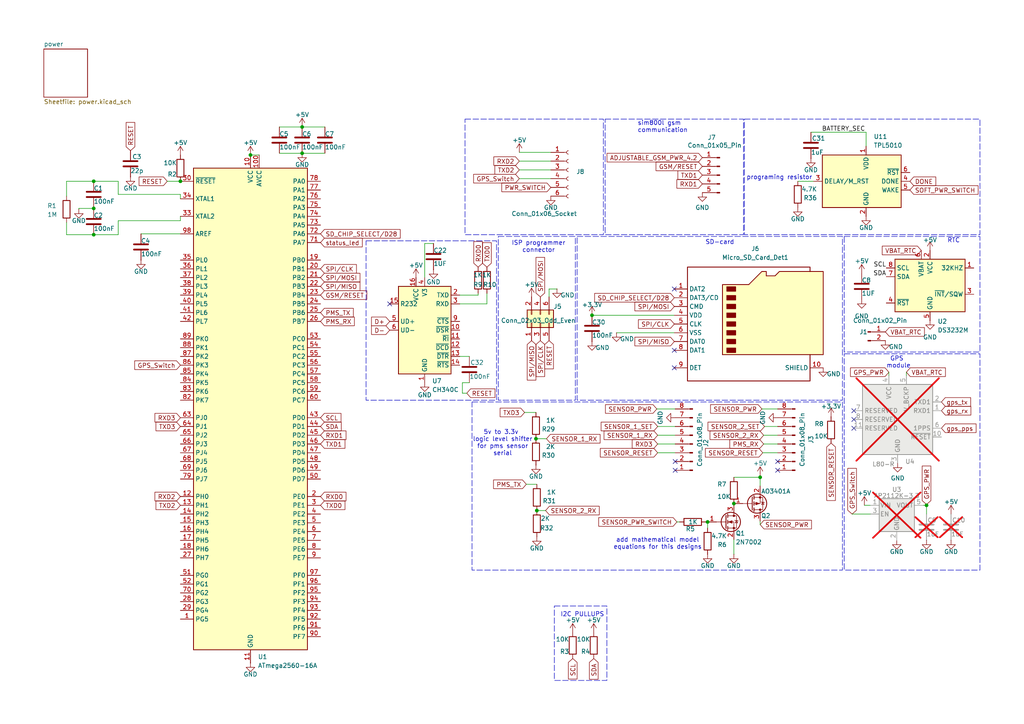
<source format=kicad_sch>
(kicad_sch (version 20250114) (generator "eeschema") (generator_version "9.0")
  (paper "A4")
  (title_block (title "Micro Controller and peripherals") (company "AirQo"))
  (rectangle (start 136.906 116.586) (end 244.348 165.354) (stroke (width 0) (type dash)))
  (rectangle (start 175.514 34.544) (end 215.646 68.072) (stroke (width 0) (type dash)))
  (rectangle (start 160.782 175.768) (end 176.022 197.358) (stroke (width 0) (type dash)))
  (rectangle (start 134.874 34.544) (end 175.006 68.072) (stroke (width 0) (type dash)))
  (rectangle (start 244.856 68.58) (end 284.226 102.108) (stroke (width 0) (type dash)))
  (rectangle (start 215.9 34.544) (end 284.226 68.072) (stroke (width 0) (type dash)))
  (rectangle (start 106.172 69.85) (end 144.018 116.078) (stroke (width 0) (type dash)))
  (rectangle (start 144.526 68.58) (end 166.878 116.078) (stroke (width 0) (type dash)))
  (rectangle (start 244.856 102.616) (end 284.226 165.354) (stroke (width 0) (type dash)))
  (rectangle (start 167.386 68.58) (end 244.348 116.078) (stroke (width 0) (type dash)))
  (text "5v to 3.3v \nlogic level shifter\nfor pms sensor\nserial\n" (at 145.796 128.524 0) (effects (font (size 1.27 1.27))))
  (text "GPS \nmodule" (at 260.604 105.156 0) (effects (font (size 1.27 1.27))))
  (text "I2C PULLUPS" (at 168.91 178.308 0) (effects (font (size 1.27 1.27))))
  (text "ISP programmer\nconnector" (at 156.21 71.628 0) (effects (font (size 1.27 1.27))))
  (text "SD-card\n" (at 208.788 70.358 0) (effects (font (size 1.27 1.27))))
  (text "programing resistor\n" (at 226.06 51.562 0) (effects (font (size 1.27 1.27))))
  (text "add mathematical model\nequations for this designs" (at 190.754 157.734 0) (effects (font (size 1.27 1.27))))
  (text "RTC\n" (at 276.606 69.85 0) (effects (font (size 1.27 1.27))))
  (text "sim800l gsm \ncommunication" (at 184.912 38.608 0) (effects (font (size 1.27 1.27)) (justify left bottom)))
  (junction (at 87.63 36.83))
  (junction (at 205.232 151.384))
  (junction (at 220.472 138.43))
  (junction (at 212.852 146.05))
  (junction (at 87.63 44.45))
  (junction (at 72.644 44.958))
  (junction (at 268.732 146.558))
  (junction (at 171.704 91.44))
  (junction (at 155.448 127.254))
  (junction (at 27.178 52.578))
  (junction (at 155.702 148.082))
  (junction (at 27.178 60.452))
  (junction (at 27.178 68.072))
  (junction (at 52.324 52.578))
  (no_connect (at 225.552 133.858))
  (no_connect (at 113.03 88.138))
  (no_connect (at 247.65 124.206))
  (no_connect (at 195.58 101.6))
  (no_connect (at 195.58 83.82))
  (no_connect (at 247.65 121.666))
  (no_connect (at 195.834 136.398))
  (no_connect (at 195.58 106.68))
  (no_connect (at 225.552 136.398))
  (no_connect (at 247.65 119.126))
  (no_connect (at 195.834 133.858))
  (wire (pts (xy 34.29 56.388) (xy 52.324 56.388)))
  (wire (pts (xy 212.852 146.05) (xy 212.852 146.304)))
  (wire (pts (xy 19.304 64.516) (xy 19.304 68.072)))
  (wire (pts (xy 158.242 148.082) (xy 155.702 148.082)))
  (wire (pts (xy 220.472 138.43) (xy 212.852 138.43)))
  (wire (pts (xy 136.144 103.378) (xy 133.35 103.378)))
  (wire (pts (xy 40.894 67.818) (xy 52.324 67.818)))
  (wire (pts (xy 159.766 49.276) (xy 150.622 49.276)))
  (wire (pts (xy 48.514 52.578) (xy 52.324 52.578)))
  (wire (pts (xy 19.304 56.896) (xy 19.304 52.578)))
  (wire (pts (xy 190.754 128.778) (xy 195.834 128.778)))
  (wire (pts (xy 52.324 57.658) (xy 52.324 56.388)))
  (wire (pts (xy 220.472 138.43) (xy 220.472 140.97)))
  (wire (pts (xy 190.754 126.238) (xy 195.834 126.238)))
  (wire (pts (xy 87.63 36.83) (xy 94.234 36.83)))
  (wire (pts (xy 196.342 151.384) (xy 197.104 151.384)))
  (wire (pts (xy 134.112 110.998) (xy 136.144 110.998)))
  (wire (pts (xy 81.026 36.83) (xy 87.63 36.83)))
  (wire (pts (xy 27.178 68.072) (xy 34.29 68.072)))
  (wire (pts (xy 268.732 146.558) (xy 267.716 146.558)))
  (wire (pts (xy 138.684 85.598) (xy 138.684 85.09)))
  (wire (pts (xy 221.234 131.318) (xy 225.552 131.318)))
  (wire (pts (xy 123.19 80.518) (xy 123.19 70.612)))
  (wire (pts (xy 212.852 160.782) (xy 212.852 156.464)))
  (wire (pts (xy 235.204 38.354) (xy 251.206 38.354)))
  (wire (pts (xy 190.5 118.618) (xy 195.834 118.618)))
  (wire (pts (xy 133.35 88.138) (xy 141.224 88.138)))
  (wire (pts (xy 27.178 60.452) (xy 27.178 60.198)))
  (wire (pts (xy 158.496 127.254) (xy 155.448 127.254)))
  (wire (pts (xy 235.966 52.578) (xy 231.394 52.578)))
  (wire (pts (xy 141.224 88.138) (xy 141.224 85.09)))
  (wire (pts (xy 190.754 123.698) (xy 195.834 123.698)))
  (wire (pts (xy 22.86 60.706) (xy 22.86 60.452)))
  (wire (pts (xy 152.654 140.462) (xy 155.702 140.462)))
  (wire (pts (xy 262.89 107.95) (xy 262.89 108.966)))
  (wire (pts (xy 152.146 119.634) (xy 155.448 119.634)))
  (wire (pts (xy 221.488 128.778) (xy 225.552 128.778)))
  (wire (pts (xy 159.766 51.816) (xy 150.622 51.816)))
  (wire (pts (xy 52.324 62.738) (xy 52.324 64.008)))
  (wire (pts (xy 220.98 118.618) (xy 225.552 118.618)))
  (wire (pts (xy 251.206 38.354) (xy 251.206 42.418)))
  (wire (pts (xy 87.63 44.45) (xy 94.234 44.45)))
  (wire (pts (xy 34.29 64.008) (xy 52.324 64.008)))
  (wire (pts (xy 247.142 149.098) (xy 252.476 149.098)))
  (wire (pts (xy 81.026 44.45) (xy 87.63 44.45)))
  (wire (pts (xy 190.754 131.318) (xy 195.834 131.318)))
  (wire (pts (xy 268.732 146.304) (xy 268.732 146.558)))
  (wire (pts (xy 171.704 91.44) (xy 195.58 91.44)))
  (wire (pts (xy 204.724 151.384) (xy 205.232 151.384)))
  (wire (pts (xy 34.29 52.578) (xy 34.29 56.388)))
  (wire (pts (xy 135.382 114.046) (xy 134.112 114.046)))
  (wire (pts (xy 220.472 152.146) (xy 220.472 151.13)))
  (wire (pts (xy 220.472 138.43) (xy 220.472 137.922)))
  (wire (pts (xy 27.178 52.578) (xy 34.29 52.578)))
  (wire (pts (xy 178.816 96.52) (xy 195.58 96.52)))
  (wire (pts (xy 159.258 83.82) (xy 161.544 83.82)))
  (wire (pts (xy 221.488 126.238) (xy 225.552 126.238)))
  (wire (pts (xy 134.112 114.046) (xy 134.112 110.998)))
  (wire (pts (xy 159.766 44.196) (xy 150.622 44.196)))
  (wire (pts (xy 72.644 44.958) (xy 75.184 44.958)))
  (wire (pts (xy 34.29 68.072) (xy 34.29 64.008)))
  (wire (pts (xy 19.304 68.072) (xy 27.178 68.072)))
  (wire (pts (xy 133.35 85.598) (xy 138.684 85.598)))
  (wire (pts (xy 221.742 123.698) (xy 225.552 123.698)))
  (wire (pts (xy 19.304 52.578) (xy 27.178 52.578)))
  (wire (pts (xy 257.81 107.95) (xy 257.81 108.966)))
  (wire (pts (xy 159.766 46.736) (xy 150.622 46.736)))
  (wire (pts (xy 250.698 146.558) (xy 252.476 146.558)))
  (wire (pts (xy 22.86 60.452) (xy 27.178 60.452)))
  (wire (pts (xy 205.232 151.384) (xy 205.232 153.162)))
  (wire (pts (xy 123.19 70.612) (xy 125.73 70.612)))
  (wire (pts (xy 159.258 86.106) (xy 159.258 83.82)))
  (wire (pts (xy 268.732 146.558) (xy 268.732 149.098)))
  (label "BATTERY_SEC" (at 250.952 38.354 180))
  (label "SCL" (at 257.048 77.724 180))
  (label "SDA" (at 257.048 80.264 180))
  (global_label "SCL" (shape input) (at 92.964 121.158 0) (property "Intersheetrefs" "${INTERSHEET_REFS}" (effects (hide yes))))
  (global_label "SENSOR_PWR" (shape input) (at 220.98 118.618 180) (property "Intersheetrefs" "${INTERSHEET_REFS}" (effects (hide yes))))
  (global_label "SENSOR_PWR_SWITCH" (shape input) (at 196.342 151.384 180) (property "Intersheetrefs" "${INTERSHEET_REFS}" (effects (hide yes))))
  (global_label "SENSOR_1_RX" (shape input) (at 158.496 127.254 0) (property "Intersheetrefs" "${INTERSHEET_REFS}" (effects (hide yes))))
  (global_label "SPI{slash}MISO" (shape input) (at 154.178 98.806 270) (property "Intersheetrefs" "${INTERSHEET_REFS}" (effects (hide yes))))
  (global_label "gps_pps" (shape input) (at 273.05 124.206 0) (property "Intersheetrefs" "${INTERSHEET_REFS}" (effects (hide yes))))
  (global_label "SD_CHIP_SELECT{slash}D28" (shape input) (at 195.58 86.36 180) (property "Intersheetrefs" "${INTERSHEET_REFS}" (effects (hide yes))))
  (global_label "PMS_TX" (shape input) (at 92.964 90.678 0) (property "Intersheetrefs" "${INTERSHEET_REFS}" (effects (hide yes))))
  (global_label "PMS_TX" (shape input) (at 152.654 140.462 180) (property "Intersheetrefs" "${INTERSHEET_REFS}" (effects (hide yes))))
  (global_label "RXD1" (shape input) (at 92.964 126.238 0) (property "Intersheetrefs" "${INTERSHEET_REFS}" (effects (hide yes))))
  (global_label "GPS_PWR" (shape input) (at 257.81 107.95 180) (property "Intersheetrefs" "${INTERSHEET_REFS}" (effects (hide yes))))
  (global_label "RESET" (shape input) (at 37.846 43.688 90) (property "Intersheetrefs" "${INTERSHEET_REFS}" (effects (hide yes))))
  (global_label "RXD3" (shape input) (at 52.324 121.158 180) (property "Intersheetrefs" "${INTERSHEET_REFS}" (effects (hide yes))))
  (global_label "gps_tx" (shape input) (at 273.05 116.586 0) (property "Intersheetrefs" "${INTERSHEET_REFS}" (effects (hide yes))))
  (global_label "SDA" (shape input) (at 92.964 123.698 0) (property "Intersheetrefs" "${INTERSHEET_REFS}" (effects (hide yes))))
  (global_label "RXD1" (shape input) (at 203.708 53.34 180) (property "Intersheetrefs" "${INTERSHEET_REFS}" (effects (hide yes))))
  (global_label "GSM{slash}RESET" (shape input) (at 203.708 48.26 180) (property "Intersheetrefs" "${INTERSHEET_REFS}" (effects (hide yes))))
  (global_label "SENSOR_1_RX" (shape input) (at 190.754 126.238 180) (property "Intersheetrefs" "${INTERSHEET_REFS}" (effects (hide yes))))
  (global_label "TXD1" (shape input) (at 92.964 128.778 0) (property "Intersheetrefs" "${INTERSHEET_REFS}" (effects (hide yes))))
  (global_label "gps_rx" (shape input) (at 273.05 119.126 0) (property "Intersheetrefs" "${INTERSHEET_REFS}" (effects (hide yes))))
  (global_label "PMS_RX" (shape input) (at 92.964 93.218 0) (property "Intersheetrefs" "${INTERSHEET_REFS}" (effects (hide yes))))
  (global_label "SPI{slash}MOSI" (shape input) (at 195.58 88.9 180) (property "Intersheetrefs" "${INTERSHEET_REFS}" (effects (hide yes))))
  (global_label "RXD2" (shape input) (at 150.622 46.736 180) (property "Intersheetrefs" "${INTERSHEET_REFS}" (effects (hide yes))))
  (global_label "SD_CHIP_SELECT{slash}D28" (shape input) (at 92.964 67.818 0) (property "Intersheetrefs" "${INTERSHEET_REFS}" (effects (hide yes))))
  (global_label "SENSOR_2_RX" (shape input) (at 221.488 126.238 180) (property "Intersheetrefs" "${INTERSHEET_REFS}" (effects (hide yes))))
  (global_label "SENSOR_PWR" (shape input) (at 220.472 152.146 0) (property "Intersheetrefs" "${INTERSHEET_REFS}" (effects (hide yes))))
  (global_label "RXD0" (shape input) (at 138.684 77.47 90) (property "Intersheetrefs" "${INTERSHEET_REFS}" (effects (hide yes))))
  (global_label "SPI{slash}CLK" (shape input) (at 156.718 98.806 270) (property "Intersheetrefs" "${INTERSHEET_REFS}" (effects (hide yes))))
  (global_label "RXD2" (shape input) (at 52.324 144.018 180) (property "Intersheetrefs" "${INTERSHEET_REFS}" (effects (hide yes))))
  (global_label "SOFT_PWR_SWITCH" (shape input) (at 263.906 55.118 0) (property "Intersheetrefs" "${INTERSHEET_REFS}" (effects (hide yes))))
  (global_label "SENSOR_1_SET" (shape input) (at 190.754 123.698 180) (property "Intersheetrefs" "${INTERSHEET_REFS}" (effects (hide yes))))
  (global_label "SENSOR_2_RX" (shape input) (at 158.242 148.082 0) (property "Intersheetrefs" "${INTERSHEET_REFS}" (effects (hide yes))))
  (global_label "GPS_Switch" (shape input) (at 150.622 51.816 180) (property "Intersheetrefs" "${INTERSHEET_REFS}" (effects (hide yes))))
  (global_label "SPI{slash}MISO" (shape input) (at 195.58 99.06 180) (property "Intersheetrefs" "${INTERSHEET_REFS}" (effects (hide yes))))
  (global_label "SENSOR_PWR" (shape input) (at 190.5 118.618 180) (property "Intersheetrefs" "${INTERSHEET_REFS}" (effects (hide yes))))
  (global_label "TXD2" (shape input) (at 150.622 49.276 180) (property "Intersheetrefs" "${INTERSHEET_REFS}" (effects (hide yes))))
  (global_label "TXD3" (shape input) (at 152.146 119.634 180) (property "Intersheetrefs" "${INTERSHEET_REFS}" (effects (hide yes))))
  (global_label "ADJUSTABLE_GSM_PWR_4.2" (shape input) (at 203.708 45.72 180) (property "Intersheetrefs" "${INTERSHEET_REFS}" (effects (hide yes))))
  (global_label "RESET" (shape input) (at 135.382 114.046 0) (property "Intersheetrefs" "${INTERSHEET_REFS}" (effects (hide yes))))
  (global_label "TXD1" (shape input) (at 203.708 50.8 180) (property "Intersheetrefs" "${INTERSHEET_REFS}" (effects (hide yes))))
  (global_label "SENSOR_2_SET" (shape input) (at 221.742 123.698 180) (property "Intersheetrefs" "${INTERSHEET_REFS}" (effects (hide yes))))
  (global_label "SPI{slash}CLK" (shape input) (at 195.58 93.98 180) (property "Intersheetrefs" "${INTERSHEET_REFS}" (effects (hide yes))))
  (global_label "SENSOR_RESET" (shape input) (at 221.234 131.318 180) (property "Intersheetrefs" "${INTERSHEET_REFS}" (effects (hide yes))))
  (global_label "SDA" (shape input) (at 172.212 191.008 270) (property "Intersheetrefs" "${INTERSHEET_REFS}" (effects (hide yes))))
  (global_label "PMS_RX" (shape input) (at 221.488 128.778 180) (property "Intersheetrefs" "${INTERSHEET_REFS}" (effects (hide yes))))
  (global_label "DONE" (shape input) (at 263.906 52.578 0) (property "Intersheetrefs" "${INTERSHEET_REFS}" (effects (hide yes))))
  (global_label "VBAT_RTC" (shape input) (at 267.208 72.644 180) (property "Intersheetrefs" "${INTERSHEET_REFS}" (effects (hide yes))))
  (global_label "status_led" (shape input) (at 92.964 70.358 0) (property "Intersheetrefs" "${INTERSHEET_REFS}" (effects (hide yes))))
  (global_label "VBAT_RTC" (shape input) (at 262.89 107.95 0) (property "Intersheetrefs" "${INTERSHEET_REFS}" (effects (hide yes))))
  (global_label "GPS_PWR" (shape input) (at 268.732 146.304 90) (property "Intersheetrefs" "${INTERSHEET_REFS}" (effects (hide yes))))
  (global_label "SPI{slash}MISO" (shape input) (at 92.964 83.058 0) (property "Intersheetrefs" "${INTERSHEET_REFS}" (effects (hide yes))))
  (global_label "SENSOR_RESET" (shape input) (at 190.754 131.318 180) (property "Intersheetrefs" "${INTERSHEET_REFS}" (effects (hide yes))))
  (global_label "SENSOR_RESET" (shape input) (at 241.046 128.524 270) (property "Intersheetrefs" "${INTERSHEET_REFS}" (effects (hide yes))))
  (global_label "D-" (shape input) (at 113.03 95.758 180) (property "Intersheetrefs" "${INTERSHEET_REFS}" (effects (hide yes))))
  (global_label "GPS_Switch" (shape input) (at 247.142 149.098 90) (property "Intersheetrefs" "${INTERSHEET_REFS}" (effects (hide yes))))
  (global_label "SCL" (shape input) (at 166.116 191.008 270) (property "Intersheetrefs" "${INTERSHEET_REFS}" (effects (hide yes))))
  (global_label "PWR_SWITCH" (shape input) (at 159.766 54.356 180) (property "Intersheetrefs" "${INTERSHEET_REFS}" (effects (hide yes))))
  (global_label "GSM{slash}RESET" (shape input) (at 92.964 85.598 0) (property "Intersheetrefs" "${INTERSHEET_REFS}" (effects (hide yes))))
  (global_label "RXD0" (shape input) (at 92.964 144.018 0) (property "Intersheetrefs" "${INTERSHEET_REFS}" (effects (hide yes))))
  (global_label "GPS_Switch" (shape input) (at 52.324 105.918 180) (property "Intersheetrefs" "${INTERSHEET_REFS}" (effects (hide yes))))
  (global_label "SPI{slash}MOSI" (shape input) (at 156.718 86.106 90) (property "Intersheetrefs" "${INTERSHEET_REFS}" (effects (hide yes))))
  (global_label "TXD2" (shape input) (at 52.324 146.558 180) (property "Intersheetrefs" "${INTERSHEET_REFS}" (effects (hide yes))))
  (global_label "TXD0" (shape input) (at 92.964 146.558 0) (property "Intersheetrefs" "${INTERSHEET_REFS}" (effects (hide yes))))
  (global_label "VBAT_RTC" (shape input) (at 256.794 96.266 0) (property "Intersheetrefs" "${INTERSHEET_REFS}" (effects (hide yes))))
  (global_label "RXD3" (shape input) (at 190.754 128.778 180) (property "Intersheetrefs" "${INTERSHEET_REFS}" (effects (hide yes))))
  (global_label "SPI{slash}CLK" (shape input) (at 92.964 77.978 0) (property "Intersheetrefs" "${INTERSHEET_REFS}" (effects (hide yes))))
  (global_label "SPI{slash}MOSI" (shape input) (at 92.964 80.518 0) (property "Intersheetrefs" "${INTERSHEET_REFS}" (effects (hide yes))))
  (global_label "D+" (shape input) (at 113.03 93.218 180) (property "Intersheetrefs" "${INTERSHEET_REFS}" (effects (hide yes))))
  (global_label "TXD0" (shape input) (at 141.224 77.47 90) (property "Intersheetrefs" "${INTERSHEET_REFS}" (effects (hide yes))))
  (global_label "TXD3" (shape input) (at 52.324 123.698 180) (property "Intersheetrefs" "${INTERSHEET_REFS}" (effects (hide yes))))
  (global_label "RESET" (shape input) (at 159.258 98.806 270) (property "Intersheetrefs" "${INTERSHEET_REFS}" (effects (hide yes))))
  (global_label "RESET" (shape input) (at 48.514 52.578 180) (property "Intersheetrefs" "${INTERSHEET_REFS}" (effects (hide yes))))
  (symbol (lib_id "power:GND") (at 40.894 75.438 0) (unit 1)
    (property "Reference" "#PWR03" (effects (hide yes)))
    (property "Value" "GND" (at 40.894 78.74 0))
  )
  (symbol (lib_id "Timer:TPL5010") (at 251.206 52.578 0) (unit 1)
    (property "Reference" "U11" (at 253.4001 39.624 0) (effects (justify left)))
    (property "Value" "TPL5010" (at 253.4001 42.164 0) (effects (justify left)))
    (property "Footprint" "Package_TO_SOT_SMD:SOT-23-6" (effects (hide yes)))
    (property "Datasheet" "http://www.ti.com/lit/ds/symlink/tpl5010.pdf" (effects (hide yes)))
    (property "Description" "Timer, Nano Power, Watchdog, 35 nA, 100 ms to 7200 s, VDD 1.8V to 5.5V, Iout max 1mA" (effects (hide yes)))
  )
  (symbol (lib_id "Device:R") (at 52.324 48.768 180) (unit 1)
    (property "Reference" "R2" (at 51.308 50.546 0) (effects (justify left)))
    (property "Value" "10K" (at 51.308 47.244 0) (effects (justify left)))
    (property "Footprint" "Resistor_SMD:R_0603_1608Metric" (effects (hide yes)))
    (property "Description" "Resistor" (effects (hide yes)))
  )
  (symbol (lib_id "Device:R") (at 141.224 81.28 180) (unit 1)
    (property "Reference" "R10" (at 144.018 82.55 0) (effects (justify left)))
    (property "Value" "1K" (at 142.494 79.756 0) (effects (justify left)))
    (property "Footprint" "Resistor_SMD:R_0603_1608Metric" (effects (hide yes)))
  )
  (symbol (lib_id "Connector:Conn_01x08_Pin") (at 230.632 128.778 180) (unit 1)
    (property "Reference" "J3" (at 235.204 127.508 90))
    (property "Value" "Conn_01x08_Pin" (at 232.664 127.508 90))
    (property "Footprint" "Connector_Molex:Molex_PicoBlade_53398-0871_1x08-1MP_P1.25mm_Vertical" (effects (hide yes)))
    (property "Description" "Generic connector, single row, 01x08, script generated" (effects (hide yes)))
  )
  (symbol (lib_id "power:+5V") (at 166.116 183.388 0) (unit 1)
    (property "Reference" "#PWR09" (effects (hide yes)))
    (property "Value" "+5V" (at 166.116 179.832 0))
  )
  (symbol (lib_id "Device:C") (at 136.144 107.188 0) (unit 1)
    (property "Reference" "C32" (at 136.398 105.156 0) (effects (justify left)))
    (property "Value" "100nF" (at 136.144 109.22 0) (effects (justify left)))
    (property "Footprint" "Capacitor_SMD:C_0603_1608Metric" (effects (hide yes)))
  )
  (symbol (lib_id "Device:R") (at 155.448 131.064 180) (unit 1)
    (property "Reference" "R30" (at 161.036 132.08 0) (effects (justify left)))
    (property "Value" "2K" (at 161.036 129.54 0) (effects (justify left)))
    (property "Footprint" "Resistor_SMD:R_0603_1608Metric" (effects (hide yes)))
  )
  (symbol (lib_id "Device:C") (at 171.704 95.25 0) (unit 1)
    (property "Reference" "C30" (at 171.704 93.472 0) (effects (justify left)))
    (property "Value" "100nF" (at 171.704 97.282 0) (effects (justify left)))
    (property "Footprint" "Capacitor_SMD:C_0603_1608Metric" (effects (hide yes)))
    (property "Description" "Unpolarized capacitor" (effects (hide yes)))
  )
  (symbol (lib_id "Device:R") (at 155.448 123.444 180) (unit 1)
    (property "Reference" "R29" (at 161.036 124.46 0) (effects (justify left)))
    (property "Value" "1K" (at 161.036 121.92 0) (effects (justify left)))
    (property "Footprint" "Resistor_SMD:R_0603_1608Metric" (effects (hide yes)))
  )
  (symbol (lib_id "Device:C") (at 27.178 56.388 0) (unit 1)
    (property "Reference" "C1" (at 27.178 54.61 0) (effects (justify left)))
    (property "Value" "100nF" (at 27.178 58.42 0) (effects (justify left)))
    (property "Footprint" "Capacitor_SMD:C_0603_1608Metric" (effects (hide yes)))
    (property "Description" "Unpolarized capacitor" (effects (hide yes)))
  )
  (symbol (lib_id "power:GND") (at 178.816 96.52 0) (unit 1)
    (property "Reference" "#PWR078" (effects (hide yes)))
    (property "Value" "GND" (at 181.864 98.298 0))
    (property "Description" "Power symbol creates a global label with name \"GND\" , ground" (effects (hide yes)))
  )
  (symbol (lib_id "Device:C") (at 87.63 40.64 0) (unit 1)
    (property "Reference" "C6" (at 87.63 38.862 0) (effects (justify left)))
    (property "Value" "100nF" (at 87.63 42.672 0) (effects (justify left)))
    (property "Footprint" "Capacitor_SMD:C_0603_1608Metric" (effects (hide yes)))
    (property "Description" "Unpolarized capacitor" (effects (hide yes)))
  )
  (symbol (lib_id "power:GND") (at 171.704 99.06 0) (unit 1)
    (property "Reference" "#PWR080" (effects (hide yes)))
    (property "Value" "GND" (at 174.752 100.838 0))
    (property "Description" "Power symbol creates a global label with name \"GND\" , ground" (effects (hide yes)))
  )
  (symbol (lib_id "power:GND") (at 125.73 78.232 0) (unit 1)
    (property "Reference" "#PWR051" (effects (hide yes)))
    (property "Value" "GND" (at 125.73 81.788 0))
  )
  (symbol (lib_id "MCU_Microchip_ATmega:ATmega2560-16A") (at 72.644 118.618 0) (unit 1)
    (property "Reference" "U1" (at 74.7873 190.5 0) (effects (justify left)))
    (property "Value" "ATmega2560-16A" (at 74.7873 193.04 0) (effects (justify left)))
    (property "Footprint" "Package_QFP:TQFP-100_14x14mm_P0.5mm" (effects (hide yes)))
    (property "Datasheet" "http://ww1.microchip.com/downloads/en/DeviceDoc/Atmel-2549-8-bit-AVR-Microcontroller-ATmega640-1280-1281-2560-2561_datasheet.pdf" (effects (hide yes)))
    (property "Description" "16MHz, 256kB Flash, 8kB SRAM, 4kB EEPROM, JTAG, TQFP-100" (effects (hide yes)))
  )
  (symbol (lib_id "power:GND") (at 159.766 56.896 0) (unit 1)
    (property "Reference" "#PWR084" (effects (hide yes)))
    (property "Value" "GND" (at 159.766 60.198 0))
  )
  (symbol (lib_id "Device:C") (at 81.026 40.64 0) (unit 1)
    (property "Reference" "C5" (at 81.026 38.862 0) (effects (justify left)))
    (property "Value" "100nF" (at 81.026 42.672 0) (effects (justify left)))
    (property "Footprint" "Capacitor_SMD:C_0603_1608Metric" (effects (hide yes)))
    (property "Description" "Unpolarized capacitor" (effects (hide yes)))
  )
  (symbol (lib_id "Connector:Conn_01x08_Pin") (at 200.914 128.778 180) (unit 1)
    (property "Reference" "J2" (at 204.724 128.524 90))
    (property "Value" "Conn_01x08_Pin" (at 202.946 127.508 90))
    (property "Footprint" "Connector_Molex:Molex_PicoBlade_53398-0871_1x08-1MP_P1.25mm_Vertical" (effects (hide yes)))
    (property "Description" "Generic connector, single row, 01x08, script generated" (effects (hide yes)))
  )
  (symbol (lib_id "Connector_Generic:Conn_02x03_Odd_Even") (at 156.718 93.726 90) (unit 1)
    (property "Reference" "J5" (at 160.528 88.9 90) (effects (justify right)))
    (property "Value" "Conn_02x03_Odd_Even" (at 145.288 92.964 90) (effects (justify right)))
    (property "Footprint" "Connector_PinSocket_2.54mm:PinSocket_2x03_P2.54mm_Vertical_SMD" (effects (hide yes)))
    (property "Description" "Generic connector, double row, 02x03, odd/even pin numbering scheme (row 1 odd numbers, row 2 even numbers), script generated (kicad-library-utils/schlib/autogen/connector/)" (effects (hide yes)))
  )
  (symbol (lib_id "Device:R") (at 212.852 142.24 180) (unit 1)
    (property "Reference" "R7" (at 208.026 140.462 0) (effects (justify right)))
    (property "Value" "10K" (at 208.026 144.018 0) (effects (justify right)))
    (property "Footprint" "Resistor_SMD:R_0603_1608Metric" (effects (hide yes)))
  )
  (symbol (lib_id "power:+5V") (at 275.844 149.098 0) (unit 1)
    (property "Reference" "#PWR026" (effects (hide yes)))
    (property "Value" "+5V" (at 275.844 145.542 0))
  )
  (symbol (lib_id "power:+3.3V") (at 241.046 120.904 0) (unit 1)
    (property "Reference" "#PWR021" (effects (hide yes)))
    (property "Value" "+3.3V" (at 241.046 117.856 0))
  )
  (symbol (lib_id "Device:C") (at 27.178 64.262 0) (unit 1)
    (property "Reference" "C2" (at 27.178 62.484 0) (effects (justify left)))
    (property "Value" "100nF" (at 27.178 66.294 0) (effects (justify left)))
    (property "Footprint" "Capacitor_SMD:C_0603_1608Metric" (effects (hide yes)))
    (property "Description" "Unpolarized capacitor" (effects (hide yes)))
  )
  (symbol (lib_id "power:+5V") (at 72.644 44.958 0) (unit 1)
    (property "Reference" "#PWR05" (effects (hide yes)))
    (property "Value" "+5V" (at 72.644 41.402 0))
  )
  (symbol (lib_id "power:+5V") (at 154.178 86.106 0) (unit 1)
    (property "Reference" "#PWR029" (effects (hide yes)))
    (property "Value" "+5V" (at 154.178 82.55 0))
  )
  (symbol (lib_id "power:GND") (at 22.86 60.706 0) (unit 1)
    (property "Reference" "#PWR01" (effects (hide yes)))
    (property "Value" "GND" (at 22.86 64.008 0))
  )
  (symbol (lib_id "power:GND") (at 195.834 121.158 270) (unit 1)
    (property "Reference" "#PWR013" (effects (hide yes)))
    (property "Value" "GND" (at 191.516 121.158 0))
  )
  (symbol (lib_id "Device:R") (at 205.232 156.972 180) (unit 1)
    (property "Reference" "R6" (at 210.82 157.988 0) (effects (justify left)))
    (property "Value" "4.7K" (at 210.82 155.448 0) (effects (justify left)))
    (property "Footprint" "Resistor_SMD:R_0603_1608Metric" (effects (hide yes)))
  )
  (symbol (lib_id "Device:C") (at 125.73 74.422 0) (unit 1)
    (property "Reference" "C22" (at 125.73 72.644 0) (effects (justify left)))
    (property "Value" "1UF" (at 125.73 76.454 0) (effects (justify left)))
    (property "Footprint" "Capacitor_SMD:C_0603_1608Metric" (effects (hide yes)))
    (property "Description" "Unpolarized capacitor" (effects (hide yes)))
  )
  (symbol (lib_id "Connector:Conn_01x05_Pin") (at 208.788 50.8 0) (mirror y) (unit 1)
    (property "Reference" "J7" (at 205.232 39.878 0) (effects (justify right)))
    (property "Value" "Conn_01x05_Pin" (at 199.39 42.164 0) (effects (justify right)))
    (property "Footprint" "Connector_PinSocket_2.54mm:PinSocket_1x05_P2.54mm_Horizontal" (effects (hide yes)))
    (property "Description" "Generic connector, single row, 01x05, script generated" (effects (hide yes)))
  )
  (symbol (lib_id "power:GND") (at 87.63 44.45 0) (unit 1)
    (property "Reference" "#PWR08" (effects (hide yes)))
    (property "Value" "GND" (at 87.63 47.752 0))
  )
  (symbol (lib_id "Regulator_Linear:AP2112K-3.3") (at 260.096 149.098 0) (unit 1) (on_board no) (dnp yes)
    (property "Reference" "U3" (at 260.096 141.986 0))
    (property "Value" "AP2112K-3.3" (at 260.096 143.764 0))
    (property "Footprint" "Package_TO_SOT_SMD:SOT-23-5" (effects (hide yes)))
    (property "Datasheet" "https://www.diodes.com/assets/Datasheets/AP2112.pdf" (effects (hide yes)))
    (property "Description" "600mA low dropout linear regulator, with enable pin, 3.8V-6V input voltage range, 3.3V fixed positive output, SOT-23-5" (effects (hide yes)))
  )
  (symbol (lib_id "power:+5V") (at 250.698 146.558 0) (unit 1)
    (property "Reference" "#PWR022" (effects (hide yes)))
    (property "Value" "+5V" (at 250.698 143.002 0))
  )
  (symbol (lib_id "Device:C") (at 268.732 152.908 0) (unit 1) (on_board no) (dnp yes)
    (property "Reference" "C9" (at 268.986 150.876 0) (effects (justify left)))
    (property "Value" "1uF" (at 268.732 154.94 0) (effects (justify left)))
    (property "Footprint" "Capacitor_SMD:C_0603_1608Metric" (effects (hide yes)))
  )
  (symbol (lib_id "power:GND") (at 256.794 98.806 0) (unit 1)
    (property "Reference" "#PWR014" (effects (hide yes)))
    (property "Value" "GND" (at 259.842 100.584 0))
    (property "Description" "Power symbol creates a global label with name \"GND\" , ground" (effects (hide yes)))
  )
  (symbol (lib_id "Interface_USB:CH340C") (at 123.19 95.758 0) (unit 1)
    (property "Reference" "U7" (at 125.3333 110.49 0) (effects (justify left)))
    (property "Value" "CH340C" (at 125.3333 113.03 0) (effects (justify left)))
    (property "Footprint" "Package_SO:SOIC-16_3.9x9.9mm_P1.27mm" (effects (hide yes)))
    (property "Datasheet" "https://datasheet.lcsc.com/szlcsc/Jiangsu-Qin-Heng-CH340C_C84681.pdf" (effects (hide yes)))
    (property "Description" "USB serial converter, crystal-less, UART, SOIC-16" (effects (hide yes)))
  )
  (symbol (lib_id "Device:C") (at 275.844 152.908 0) (unit 1) (on_board no) (dnp yes)
    (property "Reference" "C10" (at 276.098 150.876 0) (effects (justify left)))
    (property "Value" "1uF" (at 275.844 154.94 0) (effects (justify left)))
    (property "Footprint" "Capacitor_SMD:C_0603_1608Metric" (effects (hide yes)))
  )
  (symbol (lib_id "power:GND") (at 260.096 156.718 0) (unit 1)
    (property "Reference" "#PWR023" (effects (hide yes)))
    (property "Value" "GND" (at 260.096 160.02 0))
  )
  (symbol (lib_id "Device:R") (at 155.702 144.272 180) (unit 1)
    (property "Reference" "R31" (at 161.29 145.288 0) (effects (justify left)))
    (property "Value" "1K" (at 161.29 142.748 0) (effects (justify left)))
    (property "Footprint" "Resistor_SMD:R_0603_1608Metric" (effects (hide yes)))
  )
  (symbol (lib_id "power:GND") (at 249.936 86.868 0) (unit 1)
    (property "Reference" "#PWR012" (effects (hide yes)))
    (property "Value" "GND" (at 249.936 91.694 0))
    (property "Description" "Power symbol creates a global label with name \"GND\" , ground" (effects (hide yes)))
  )
  (symbol (lib_id "power:GND") (at 235.204 45.974 0) (unit 1)
    (property "Reference" "#PWR088" (effects (hide yes)))
    (property "Value" "GND" (at 235.204 49.276 0))
  )
  (symbol (lib_id "power:GND") (at 123.19 110.998 0) (unit 1)
    (property "Reference" "#PWR045" (effects (hide yes)))
    (property "Value" "GND" (at 123.19 114.554 0))
  )
  (symbol (lib_id "power:+5V") (at 120.65 80.518 0) (unit 1)
    (property "Reference" "#PWR054" (effects (hide yes)))
    (property "Value" "+5V" (at 120.65 76.962 0))
  )
  (symbol (lib_id "power:+5V") (at 269.748 72.644 0) (unit 1)
    (property "Reference" "#PWR017" (effects (hide yes)))
    (property "Value" "+5V" (at 269.748 69.596 0))
  )
  (symbol (lib_id "power:GND") (at 37.846 51.308 0) (unit 1)
    (property "Reference" "#PWR02" (effects (hide yes)))
    (property "Value" "GND" (at 37.846 54.61 0))
  )
  (symbol (lib_id "power:GND") (at 251.206 62.738 0) (unit 1)
    (property "Reference" "#PWR089" (effects (hide yes)))
    (property "Value" "GND" (at 251.206 66.04 0))
  )
  (symbol (lib_id "Device:R") (at 155.702 151.892 180) (unit 1)
    (property "Reference" "R32" (at 160.528 153.162 0) (effects (justify left)))
    (property "Value" "2K" (at 159.512 150.368 0) (effects (justify left)))
    (property "Footprint" "Resistor_SMD:R_0603_1608Metric" (effects (hide yes)))
  )
  (symbol (lib_id "Device:C") (at 249.936 83.058 0) (unit 1)
    (property "Reference" "C8" (at 249.936 81.28 0) (effects (justify left)))
    (property "Value" "1UF" (at 249.936 85.09 0) (effects (justify left)))
    (property "Footprint" "Capacitor_SMD:C_0603_1608Metric" (effects (hide yes)))
    (property "Description" "Unpolarized capacitor" (effects (hide yes)))
  )
  (symbol (lib_id "Device:R") (at 138.684 81.28 180) (unit 1)
    (property "Reference" "R9" (at 139.954 82.55 0) (effects (justify left)))
    (property "Value" "1K" (at 139.954 79.756 0) (effects (justify left)))
    (property "Footprint" "Resistor_SMD:R_0603_1608Metric" (effects (hide yes)))
  )
  (symbol (lib_id "Transistor_FET:AO3401A") (at 217.932 146.05 0) (mirror x) (unit 1)
    (property "Reference" "Q2" (at 220.726 149.606 0) (effects (justify left)))
    (property "Value" "AO3401A" (at 220.726 142.494 0) (effects (justify left)))
    (property "Footprint" "Package_TO_SOT_SMD:SOT-23" (effects (hide yes)))
    (property "Datasheet" "http://www.aosmd.com/pdfs/datasheet/AO3401A.pdf" (effects (hide yes)))
    (property "Description" "-4.0A Id, -30V Vds, P-Channel MOSFET, SOT-23" (effects (hide yes)))
  )
  (symbol (lib_id "power:+5V") (at 87.63 36.83 0) (unit 1)
    (property "Reference" "#PWR07" (effects (hide yes)))
    (property "Value" "+5V" (at 87.63 33.274 0))
  )
  (symbol (lib_id "power:+5V") (at 172.212 183.388 0) (unit 1)
    (property "Reference" "#PWR010" (effects (hide yes)))
    (property "Value" "+5V" (at 172.212 179.832 0))
  )
  (symbol (lib_id "Device:R") (at 231.394 56.388 180) (unit 1)
    (property "Reference" "R36" (at 236.982 57.404 0) (effects (justify left)))
    (property "Value" "4.7K" (at 236.982 54.864 0) (effects (justify left)))
    (property "Footprint" "Resistor_SMD:R_0603_1608Metric" (effects (hide yes)))
  )
  (symbol (lib_id "power:GND") (at 231.394 60.198 0) (unit 1)
    (property "Reference" "#PWR087" (effects (hide yes)))
    (property "Value" "GND" (at 231.394 63.5 0))
  )
  (symbol (lib_id "Connector:Conn_01x06_Socket") (at 164.846 49.276 0) (unit 1)
    (property "Reference" "J8" (at 167.132 49.784 0) (effects (justify left)))
    (property "Value" "Conn_01x06_Socket" (at 148.336 61.976 0) (effects (justify left)))
    (property "Footprint" "Connector_PinHeader_2.54mm:PinHeader_1x06_P2.54mm_Horizontal" (effects (hide yes)))
    (property "Description" "Generic connector, single row, 01x06, script generated" (effects (hide yes)))
  )
  (symbol (lib_id "power:GND") (at 225.552 121.158 270) (unit 1)
    (property "Reference" "#PWR020" (effects (hide yes)))
    (property "Value" "GND" (at 221.234 121.158 0))
  )
  (symbol (lib_id "Device:R") (at 200.914 151.384 270) (unit 1)
    (property "Reference" "R5" (at 198.882 153.416 90) (effects (justify left)))
    (property "Value" "1K" (at 199.644 151.384 90) (effects (justify left)))
    (property "Footprint" "Resistor_SMD:R_0603_1608Metric" (effects (hide yes)))
  )
  (symbol (lib_id "power:+3.3V") (at 171.704 91.44 0) (unit 1)
    (property "Reference" "#PWR079" (effects (hide yes)))
    (property "Value" "+3.3V" (at 171.704 88.392 0))
  )
  (symbol (lib_id "power:+5V") (at 220.472 137.922 0) (unit 1)
    (property "Reference" "#PWR019" (effects (hide yes)))
    (property "Value" "+5V" (at 220.472 134.366 0))
  )
  (symbol (lib_id "power:GND") (at 260.35 134.366 0) (unit 1)
    (property "Reference" "#PWR024" (effects (hide yes)))
    (property "Value" "GND" (at 260.35 138.684 0))
  )
  (symbol (lib_id "Device:R") (at 241.046 124.714 180) (unit 1)
    (property "Reference" "R8" (at 236.22 122.936 0) (effects (justify right)))
    (property "Value" "10K" (at 236.22 126.492 0) (effects (justify right)))
    (property "Footprint" "Resistor_SMD:R_0603_1608Metric" (effects (hide yes)))
  )
  (symbol (lib_id "Device:R") (at 172.212 187.198 180) (unit 1)
    (property "Reference" "R4" (at 171.196 188.976 0) (effects (justify left)))
    (property "Value" "10K" (at 171.196 185.42 0) (effects (justify left)))
    (property "Footprint" "Resistor_SMD:R_0603_1608Metric" (effects (hide yes)))
    (property "Description" "Resistor" (effects (hide yes)))
  )
  (symbol (lib_id "Device:C") (at 40.894 71.628 0) (unit 1)
    (property "Reference" "C4" (at 40.894 69.85 0) (effects (justify left)))
    (property "Value" "100nF" (at 40.894 73.66 0) (effects (justify left)))
    (property "Footprint" "Capacitor_SMD:C_0603_1608Metric" (effects (hide yes)))
    (property "Description" "Unpolarized capacitor" (effects (hide yes)))
  )
  (symbol (lib_id "Connector:Micro_SD_Card_Det1") (at 218.44 93.98 0) (unit 1)
    (property "Reference" "J6" (at 219.075 72.136 0))
    (property "Value" "Micro_SD_Card_Det1" (at 219.075 74.676 0))
    (property "Footprint" "KiCad:THD252811SDGF" (effects (hide yes)))
    (property "Datasheet" "https://datasheet.lcsc.com/lcsc/2110151630_XKB-Connectivity-XKTF-015-N_C381082.pdf" (effects (hide yes)))
    (property "Description" "Micro SD Card Socket with one card detection pin" (effects (hide yes)))
  )
  (symbol (lib_id "power:+5V") (at 150.622 44.196 0) (unit 1)
    (property "Reference" "#PWR085" (effects (hide yes)))
    (property "Value" "+5V" (at 150.622 40.64 0))
  )
  (symbol (lib_id "Timer_RTC:DS3232M") (at 269.748 82.804 0) (unit 1)
    (property "Reference" "U2" (at 271.9421 93.218 0) (effects (justify left)))
    (property "Value" "DS3232M" (at 271.9421 95.758 0) (effects (justify left)))
    (property "Footprint" "Package_SO:SOIC-8_3.9x4.9mm_P1.27mm" (effects (hide yes)))
    (property "Datasheet" "http://datasheets.maximintegrated.com/en/ds/DS3232M.pdf" (effects (hide yes)))
    (property "Description" "±5ppm, I2C Real-Time Clock with SRAM SOIC-8" (effects (hide yes)))
  )
  (symbol (lib_id "power:+5V") (at 249.936 79.248 0) (unit 1)
    (property "Reference" "#PWR011" (effects (hide yes)))
    (property "Value" "+5V" (at 249.936 75.692 0))
  )
  (symbol (lib_id "Device:C") (at 94.234 40.64 0) (unit 1)
    (property "Reference" "C7" (at 94.234 38.862 0) (effects (justify left)))
    (property "Value" "100nF" (at 94.234 42.672 0) (effects (justify left)))
    (property "Footprint" "Capacitor_SMD:C_0603_1608Metric" (effects (hide yes)))
    (property "Description" "Unpolarized capacitor" (effects (hide yes)))
  )
  (symbol (lib_id "power:GND") (at 212.852 160.782 0) (unit 1)
    (property "Reference" "#PWR016" (effects (hide yes)))
    (property "Value" "GND" (at 212.852 164.084 0))
  )
  (symbol (lib_id "Connector:Conn_01x02_Pin") (at 251.714 96.266 0) (unit 1)
    (property "Reference" "J1" (at 250.444 96.266 0))
    (property "Value" "Conn_01x02_Pin" (at 255.27 92.964 0))
    (property "Footprint" "Connector_JST:JST_PH_B2B-PH-K_1x02_P2.00mm_Vertical" (effects (hide yes)))
    (property "Description" "Generic connector, single row, 01x02, script generated" (effects (hide yes)))
  )
  (symbol (lib_id "power:GND") (at 72.644 192.278 0) (unit 1)
    (property "Reference" "#PWR06" (effects (hide yes)))
    (property "Value" "GND" (at 72.644 195.58 0))
  )
  (symbol (lib_id "power:GND") (at 275.844 156.718 0) (unit 1)
    (property "Reference" "#PWR027" (effects (hide yes)))
    (property "Value" "GND" (at 275.844 160.02 0))
  )
  (symbol (lib_id "power:GND") (at 203.708 55.88 0) (unit 1)
    (property "Reference" "#PWR086" (effects (hide yes)))
    (property "Value" "GND" (at 203.708 60.198 0))
  )
  (symbol (lib_id "power:+5V") (at 52.324 44.958 0) (unit 1)
    (property "Reference" "#PWR04" (effects (hide yes)))
    (property "Value" "+5V" (at 52.324 41.402 0))
  )
  (symbol (lib_id "Transistor_FET:2N7002") (at 210.312 151.384 0) (unit 1)
    (property "Reference" "Q1" (at 213.36 154.686 0) (effects (justify left)))
    (property "Value" "2N7002" (at 213.36 157.226 0) (effects (justify left)))
    (property "Footprint" "Package_TO_SOT_SMD:SOT-23" (effects (hide yes)))
    (property "Datasheet" "https://www.onsemi.com/pub/Collateral/NDS7002A-D.PDF" (effects (hide yes)))
    (property "Description" "0.115A Id, 60V Vds, N-Channel MOSFET, SOT-23" (effects (hide yes)))
  )
  (symbol (lib_id "RF_GPS:L80-R") (at 260.35 121.666 0) (unit 1) (on_board no) (dnp yes)
    (property "Reference" "U4" (at 262.5441 133.858 0) (effects (justify left)))
    (property "Value" "L80-R" (at 252.984 134.62 0) (effects (justify left)))
    (property "Footprint" "RF_GPS:Quectel_L80-R" (effects (hide yes)))
    (property "Datasheet" "https://www.quectel.com/UploadImage/Downlad/Quectel_L80-R_Hardware_Design_V1.2.pdf" (effects (hide yes)))
    (property "Description" "Quectel GPS Module" (effects (hide yes)))
  )
  (symbol (lib_id "Device:C") (at 235.204 42.164 0) (unit 1)
    (property "Reference" "C31" (at 235.458 40.132 0) (effects (justify left)))
    (property "Value" "1uF" (at 235.204 44.196 0) (effects (justify left)))
    (property "Footprint" "Capacitor_SMD:C_0603_1608Metric" (effects (hide yes)))
  )
  (symbol (lib_id "power:GND") (at 268.732 156.718 0) (unit 1)
    (property "Reference" "#PWR025" (effects (hide yes)))
    (property "Value" "GND" (at 268.732 160.02 0))
  )
  (symbol (lib_id "Device:C") (at 37.846 47.498 0) (unit 1)
    (property "Reference" "C3" (at 38.354 45.466 0) (effects (justify left)))
    (property "Value" "22p" (at 37.846 49.53 0) (effects (justify left)))
    (property "Footprint" "Capacitor_SMD:C_0603_1608Metric" (effects (hide yes)))
    (property "Description" "Unpolarized capacitor" (effects (hide yes)))
  )
  (symbol (lib_id "power:GND") (at 238.76 106.68 0) (unit 1)
    (property "Reference" "#PWR081" (effects (hide yes)))
    (property "Value" "GND" (at 241.808 108.458 0))
    (property "Description" "Power symbol creates a global label with name \"GND\" , ground" (effects (hide yes)))
  )
  (symbol (lib_id "power:GND") (at 155.702 155.702 0) (unit 1)
    (property "Reference" "#PWR083" (effects (hide yes)))
    (property "Value" "GND" (at 155.702 159.004 0))
  )
  (symbol (lib_id "power:GND") (at 161.544 83.82 0) (unit 1)
    (property "Reference" "#PWR031" (effects (hide yes)))
    (property "Value" "GND" (at 164.592 85.598 0))
    (property "Description" "Power symbol creates a global label with name \"GND\" , ground" (effects (hide yes)))
  )
  (symbol (lib_id "power:GND") (at 155.448 134.874 0) (unit 1)
    (property "Reference" "#PWR082" (effects (hide yes)))
    (property "Value" "GND" (at 155.448 138.176 0))
  )
  (symbol (lib_id "power:GND") (at 205.232 160.782 0) (unit 1)
    (property "Reference" "#PWR015" (effects (hide yes)))
    (property "Value" "GND" (at 205.232 164.084 0))
  )
  (symbol (lib_id "Device:R") (at 19.304 60.706 0) (unit 1)
    (property "Reference" "R1" (at 13.716 59.69 0) (effects (justify left)))
    (property "Value" "1M" (at 13.716 62.23 0) (effects (justify left)))
    (property "Footprint" "Resistor_SMD:R_0603_1608Metric" (effects (hide yes)))
  )
  (symbol (lib_id "power:GND") (at 269.748 92.964 0) (unit 1)
    (property "Reference" "#PWR018" (effects (hide yes)))
    (property "Value" "GND" (at 269.748 97.79 0))
    (property "Description" "Power symbol creates a global label with name \"GND\" , ground" (effects (hide yes)))
  )
  (symbol (lib_id "Device:R") (at 166.116 187.198 180) (unit 1)
    (property "Reference" "R3" (at 165.1 188.976 0) (effects (justify left)))
    (property "Value" "10K" (at 165.1 185.42 0) (effects (justify left)))
    (property "Footprint" "Resistor_SMD:R_0603_1608Metric" (effects (hide yes)))
    (property "Description" "Resistor" (effects (hide yes)))
  )
  (sheet (at 12.7 14.224) (size 12.7 13.97) (stroke (width 0.1524))
    (property "Sheetname" "power" (at 12.7 13.5124 0) (effects (justify left bottom)))
    (property "Sheetfile" "power.kicad_sch" (at 12.7 28.7786 0) (show_name yes) (effects (justify left top)))
  )
)
</source>
